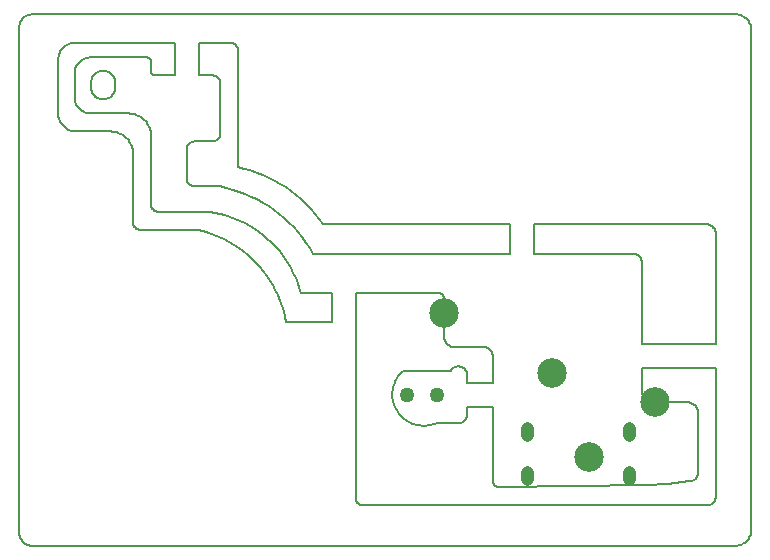
<source format=gbs>
G75*
G70*
%OFA0B0*%
%FSLAX24Y24*%
%IPPOS*%
%LPD*%
%AMOC8*
5,1,8,0,0,1.08239X$1,22.5*
%
%ADD10C,0.0050*%
%ADD11C,0.0004*%
%ADD12C,0.0433*%
%ADD13C,0.0500*%
%ADD14C,0.0984*%
D10*
X000929Y000534D02*
X024328Y000534D01*
X024327Y000533D02*
X024374Y000530D01*
X024420Y000531D01*
X024466Y000536D01*
X024512Y000544D01*
X024556Y000557D01*
X024600Y000573D01*
X024642Y000592D01*
X024682Y000615D01*
X024720Y000641D01*
X024756Y000671D01*
X024790Y000703D01*
X024821Y000737D01*
X024848Y000775D01*
X024873Y000814D01*
X024894Y000855D01*
X024912Y000898D01*
X024926Y000942D01*
X024936Y000987D01*
X024943Y001033D01*
X024943Y001034D02*
X024943Y017752D01*
X024943Y017753D02*
X024936Y017798D01*
X024926Y017844D01*
X024911Y017888D01*
X024894Y017930D01*
X024872Y017971D01*
X024848Y018011D01*
X024820Y018048D01*
X024789Y018082D01*
X024756Y018114D01*
X024720Y018143D01*
X024682Y018170D01*
X024641Y018192D01*
X024599Y018212D01*
X024556Y018228D01*
X024511Y018240D01*
X024466Y018248D01*
X024420Y018253D01*
X024374Y018254D01*
X024327Y018251D01*
X024328Y018250D02*
X000929Y018250D01*
X000930Y018250D02*
X000889Y018243D01*
X000849Y018233D01*
X000809Y018219D01*
X000772Y018201D01*
X000736Y018180D01*
X000702Y018156D01*
X000671Y018129D01*
X000642Y018099D01*
X000616Y018066D01*
X000593Y018032D01*
X000574Y017995D01*
X000558Y017956D01*
X000546Y017917D01*
X000537Y017876D01*
X000532Y017835D01*
X000531Y017793D01*
X000534Y017752D01*
X000534Y001034D01*
X000531Y000993D01*
X000532Y000951D01*
X000537Y000910D01*
X000545Y000869D01*
X000558Y000829D01*
X000574Y000791D01*
X000593Y000754D01*
X000616Y000719D01*
X000642Y000686D01*
X000670Y000656D01*
X000702Y000629D01*
X000736Y000604D01*
X000772Y000583D01*
X000809Y000565D01*
X000848Y000551D01*
X000889Y000541D01*
X000930Y000534D01*
X009437Y007981D02*
X009399Y008165D01*
X009352Y008348D01*
X009296Y008528D01*
X009232Y008705D01*
X009159Y008878D01*
X009077Y009048D01*
X008988Y009214D01*
X008890Y009375D01*
X008785Y009532D01*
X008672Y009683D01*
X008552Y009828D01*
X008425Y009967D01*
X008291Y010100D01*
X008151Y010226D01*
X008005Y010345D01*
X007854Y010457D01*
X007697Y010562D01*
X007535Y010659D01*
X007369Y010747D01*
X007199Y010828D01*
X007025Y010900D01*
X006847Y010964D01*
X006667Y011019D01*
X006484Y011065D01*
X004578Y011065D01*
X004548Y011067D01*
X004518Y011072D01*
X004489Y011081D01*
X004462Y011094D01*
X004436Y011109D01*
X004412Y011128D01*
X004391Y011149D01*
X004372Y011173D01*
X004357Y011199D01*
X004344Y011226D01*
X004335Y011255D01*
X004330Y011285D01*
X004328Y011315D01*
X004328Y013595D01*
X004326Y013649D01*
X004320Y013702D01*
X004311Y013754D01*
X004298Y013806D01*
X004281Y013857D01*
X004260Y013907D01*
X004236Y013954D01*
X004209Y014000D01*
X004178Y014044D01*
X004145Y014086D01*
X004108Y014125D01*
X004069Y014162D01*
X004027Y014195D01*
X003983Y014226D01*
X003937Y014253D01*
X003890Y014277D01*
X003840Y014298D01*
X003789Y014315D01*
X003737Y014328D01*
X003685Y014337D01*
X003632Y014343D01*
X003578Y014345D01*
X002387Y014345D01*
X002341Y014350D01*
X002296Y014359D01*
X002251Y014371D01*
X002207Y014386D01*
X002165Y014405D01*
X002124Y014428D01*
X002085Y014453D01*
X002048Y014481D01*
X002014Y014512D01*
X001982Y014546D01*
X001953Y014582D01*
X001927Y014621D01*
X001903Y014661D01*
X001884Y014703D01*
X001867Y014746D01*
X001854Y014791D01*
X001844Y014836D01*
X001838Y014882D01*
X001836Y014928D01*
X001837Y014975D01*
X001837Y016756D01*
X001839Y016801D01*
X001845Y016847D01*
X001854Y016891D01*
X001867Y016935D01*
X001883Y016977D01*
X001903Y017018D01*
X001927Y017057D01*
X001953Y017094D01*
X001982Y017129D01*
X002014Y017161D01*
X002049Y017190D01*
X002086Y017216D01*
X002125Y017240D01*
X002166Y017260D01*
X002208Y017276D01*
X002252Y017289D01*
X002296Y017298D01*
X002342Y017304D01*
X002387Y017306D01*
X005733Y017306D01*
X005733Y016215D01*
X005078Y016215D01*
X005055Y016217D01*
X005032Y016222D01*
X005010Y016231D01*
X004990Y016244D01*
X004972Y016259D01*
X004957Y016277D01*
X004944Y016297D01*
X004935Y016319D01*
X004930Y016342D01*
X004928Y016365D01*
X004928Y016665D01*
X004926Y016688D01*
X004921Y016711D01*
X004912Y016733D01*
X004899Y016753D01*
X004884Y016771D01*
X004866Y016786D01*
X004846Y016799D01*
X004824Y016808D01*
X004801Y016813D01*
X004778Y016815D01*
X002928Y016815D01*
X002883Y016813D01*
X002837Y016807D01*
X002793Y016798D01*
X002749Y016785D01*
X002707Y016769D01*
X002666Y016749D01*
X002627Y016725D01*
X002590Y016699D01*
X002555Y016670D01*
X002523Y016638D01*
X002494Y016603D01*
X002468Y016566D01*
X002444Y016527D01*
X002424Y016486D01*
X002408Y016444D01*
X002395Y016400D01*
X002386Y016356D01*
X002380Y016310D01*
X002378Y016265D01*
X002378Y015495D01*
X002380Y015450D01*
X002386Y015404D01*
X002395Y015360D01*
X002408Y015316D01*
X002424Y015274D01*
X002444Y015233D01*
X002468Y015194D01*
X002494Y015157D01*
X002523Y015122D01*
X002555Y015090D01*
X002590Y015061D01*
X002627Y015035D01*
X002666Y015011D01*
X002707Y014991D01*
X002749Y014975D01*
X002793Y014962D01*
X002837Y014953D01*
X002883Y014947D01*
X002928Y014945D01*
X004178Y014945D01*
X004232Y014943D01*
X004285Y014937D01*
X004337Y014928D01*
X004389Y014915D01*
X004440Y014898D01*
X004490Y014877D01*
X004537Y014853D01*
X004583Y014826D01*
X004627Y014795D01*
X004669Y014762D01*
X004708Y014725D01*
X004745Y014686D01*
X004778Y014644D01*
X004809Y014600D01*
X004836Y014554D01*
X004860Y014507D01*
X004881Y014457D01*
X004898Y014406D01*
X004911Y014354D01*
X004920Y014302D01*
X004926Y014249D01*
X004928Y014195D01*
X004928Y011915D01*
X004930Y011885D01*
X004935Y011855D01*
X004944Y011826D01*
X004957Y011799D01*
X004972Y011773D01*
X004991Y011749D01*
X005012Y011728D01*
X005036Y011709D01*
X005062Y011694D01*
X005089Y011681D01*
X005118Y011672D01*
X005148Y011667D01*
X005178Y011665D01*
X006878Y011665D01*
X007228Y012515D02*
X006378Y012515D01*
X006348Y012517D01*
X006318Y012522D01*
X006289Y012531D01*
X006262Y012544D01*
X006236Y012559D01*
X006212Y012578D01*
X006191Y012599D01*
X006172Y012623D01*
X006157Y012649D01*
X006144Y012676D01*
X006135Y012705D01*
X006130Y012735D01*
X006128Y012765D01*
X006128Y013765D01*
X006130Y013795D01*
X006135Y013825D01*
X006144Y013854D01*
X006157Y013881D01*
X006172Y013907D01*
X006191Y013931D01*
X006212Y013952D01*
X006236Y013971D01*
X006262Y013986D01*
X006289Y013999D01*
X006318Y014008D01*
X006348Y014013D01*
X006378Y014015D01*
X006978Y014015D01*
X007008Y014017D01*
X007038Y014022D01*
X007067Y014031D01*
X007094Y014044D01*
X007120Y014059D01*
X007144Y014078D01*
X007165Y014099D01*
X007184Y014123D01*
X007199Y014149D01*
X007212Y014176D01*
X007221Y014205D01*
X007226Y014235D01*
X007228Y014265D01*
X007228Y015965D01*
X007226Y015995D01*
X007221Y016025D01*
X007212Y016054D01*
X007199Y016081D01*
X007184Y016107D01*
X007165Y016131D01*
X007144Y016152D01*
X007120Y016171D01*
X007094Y016186D01*
X007067Y016199D01*
X007038Y016208D01*
X007008Y016213D01*
X006978Y016215D01*
X006521Y016215D01*
X006521Y017306D01*
X007568Y017306D01*
X007569Y017306D02*
X007599Y017304D01*
X007628Y017299D01*
X007657Y017291D01*
X007684Y017279D01*
X007710Y017263D01*
X007734Y017245D01*
X007755Y017224D01*
X007774Y017201D01*
X007790Y017175D01*
X007802Y017148D01*
X007811Y017119D01*
X007817Y017090D01*
X007819Y017060D01*
X007818Y017060D02*
X007818Y013156D01*
X010657Y011256D02*
X016908Y011256D01*
X016908Y010259D01*
X010328Y010259D01*
X009928Y008965D02*
X010960Y008965D01*
X010960Y007981D01*
X009437Y007981D01*
X011747Y008965D02*
X011747Y002142D01*
X011747Y002141D02*
X011748Y002112D01*
X011752Y002083D01*
X011760Y002054D01*
X011771Y002027D01*
X011786Y002001D01*
X011803Y001977D01*
X011823Y001955D01*
X011846Y001936D01*
X011871Y001920D01*
X011897Y001907D01*
X011925Y001897D01*
X011954Y001891D01*
X011984Y001888D01*
X011983Y001888D02*
X023464Y001888D01*
X023497Y001890D01*
X023530Y001896D01*
X023562Y001905D01*
X023592Y001918D01*
X023621Y001935D01*
X023648Y001954D01*
X023673Y001976D01*
X023695Y002001D01*
X023714Y002028D01*
X023730Y002058D01*
X023742Y002088D01*
X023751Y002120D01*
X023756Y002153D01*
X023758Y002186D01*
X023758Y006464D01*
X021278Y006464D01*
X021278Y005715D01*
X021282Y005676D01*
X021290Y005637D01*
X021301Y005600D01*
X021315Y005563D01*
X021333Y005528D01*
X021355Y005495D01*
X021379Y005464D01*
X021406Y005435D01*
X021435Y005409D01*
X021467Y005386D01*
X021500Y005365D01*
X021536Y005348D01*
X021573Y005334D01*
X021611Y005324D01*
X021649Y005317D01*
X021689Y005314D01*
X021728Y005315D01*
X022828Y005315D01*
X022827Y005316D02*
X022863Y005311D01*
X022899Y005303D01*
X022933Y005291D01*
X022967Y005276D01*
X022998Y005258D01*
X023028Y005237D01*
X023055Y005213D01*
X023080Y005186D01*
X023102Y005157D01*
X023121Y005126D01*
X023137Y005094D01*
X023150Y005059D01*
X023160Y005024D01*
X023166Y004988D01*
X023168Y004952D01*
X023167Y004916D01*
X023167Y004915D02*
X023167Y002977D01*
X023165Y002944D01*
X023160Y002912D01*
X023151Y002880D01*
X023138Y002849D01*
X023122Y002821D01*
X023103Y002794D01*
X023081Y002769D01*
X023056Y002747D01*
X023029Y002728D01*
X023001Y002712D01*
X022970Y002699D01*
X022938Y002690D01*
X022906Y002685D01*
X022873Y002683D01*
X021424Y002565D02*
X016564Y002479D01*
X016534Y002481D01*
X016504Y002486D01*
X016475Y002495D01*
X016448Y002508D01*
X016422Y002523D01*
X016398Y002542D01*
X016377Y002563D01*
X016358Y002587D01*
X016343Y002613D01*
X016330Y002640D01*
X016321Y002669D01*
X016316Y002699D01*
X016314Y002729D01*
X016314Y005167D01*
X015468Y005167D01*
X015468Y004899D01*
X015463Y004867D01*
X015455Y004835D01*
X015443Y004805D01*
X015428Y004776D01*
X015410Y004749D01*
X015389Y004724D01*
X015365Y004701D01*
X015339Y004682D01*
X015311Y004665D01*
X015281Y004652D01*
X015250Y004642D01*
X015218Y004636D01*
X015186Y004633D01*
X015153Y004634D01*
X014444Y004634D01*
X014386Y004609D01*
X014326Y004587D01*
X014265Y004570D01*
X014203Y004556D01*
X014141Y004546D01*
X014078Y004539D01*
X014014Y004537D01*
X013951Y004539D01*
X013887Y004544D01*
X013825Y004553D01*
X013763Y004566D01*
X013701Y004583D01*
X013641Y004604D01*
X013583Y004628D01*
X013526Y004656D01*
X013470Y004687D01*
X013417Y004721D01*
X013366Y004759D01*
X013317Y004800D01*
X013271Y004844D01*
X013228Y004890D01*
X013188Y004939D01*
X013150Y004990D01*
X013116Y005044D01*
X013086Y005099D01*
X013058Y005157D01*
X013035Y005216D01*
X013015Y005276D01*
X012998Y005337D01*
X012986Y005399D01*
X012977Y005462D01*
X012972Y005525D01*
X012971Y005589D01*
X012974Y005652D01*
X012981Y005715D01*
X012991Y005778D01*
X013006Y005840D01*
X013024Y005901D01*
X013046Y005960D01*
X013072Y006018D01*
X013101Y006075D01*
X013133Y006129D01*
X013169Y006182D01*
X013208Y006232D01*
X013249Y006280D01*
X013294Y006325D01*
X013341Y006367D01*
X013342Y006367D02*
X014917Y006367D01*
X014916Y006367D02*
X014935Y006395D01*
X014956Y006421D01*
X014980Y006444D01*
X015007Y006464D01*
X015036Y006481D01*
X015067Y006495D01*
X015099Y006505D01*
X015132Y006511D01*
X015165Y006514D01*
X015199Y006513D01*
X015232Y006508D01*
X015264Y006499D01*
X015296Y006487D01*
X015325Y006471D01*
X015353Y006452D01*
X015378Y006430D01*
X015401Y006406D01*
X015421Y006378D01*
X015437Y006349D01*
X015450Y006318D01*
X015460Y006286D01*
X015466Y006253D01*
X015468Y006220D01*
X015468Y005956D01*
X016314Y005956D01*
X016314Y006881D01*
X016314Y006880D02*
X016310Y006913D01*
X016303Y006944D01*
X016293Y006975D01*
X016279Y007005D01*
X016262Y007032D01*
X016242Y007058D01*
X016219Y007081D01*
X016193Y007101D01*
X016166Y007119D01*
X016137Y007133D01*
X016106Y007144D01*
X016074Y007152D01*
X016042Y007155D01*
X016010Y007156D01*
X016009Y007156D02*
X015014Y007156D01*
X014979Y007160D01*
X014944Y007169D01*
X014910Y007180D01*
X014878Y007195D01*
X014847Y007214D01*
X014819Y007236D01*
X014793Y007260D01*
X014770Y007287D01*
X014749Y007316D01*
X014732Y007348D01*
X014718Y007381D01*
X014708Y007415D01*
X014701Y007450D01*
X014698Y007485D01*
X014699Y007521D01*
X014699Y008765D01*
X014700Y008765D02*
X014697Y008792D01*
X014690Y008819D01*
X014680Y008845D01*
X014666Y008869D01*
X014650Y008891D01*
X014630Y008911D01*
X014609Y008928D01*
X014585Y008942D01*
X014560Y008953D01*
X014533Y008960D01*
X014506Y008964D01*
X014478Y008965D01*
X011747Y008965D01*
X010657Y011256D02*
X010530Y011434D01*
X010394Y011605D01*
X010250Y011770D01*
X010099Y011928D01*
X009940Y012078D01*
X009774Y012221D01*
X009601Y012356D01*
X009422Y012482D01*
X009238Y012599D01*
X009047Y012707D01*
X008852Y012806D01*
X008653Y012896D01*
X008449Y012976D01*
X008242Y013046D01*
X008031Y013106D01*
X007818Y013156D01*
X003728Y015815D02*
X003728Y015965D01*
X003726Y016004D01*
X003720Y016043D01*
X003711Y016081D01*
X003698Y016118D01*
X003681Y016154D01*
X003661Y016187D01*
X003637Y016219D01*
X003611Y016248D01*
X003582Y016274D01*
X003550Y016298D01*
X003517Y016318D01*
X003481Y016335D01*
X003444Y016348D01*
X003406Y016357D01*
X003367Y016363D01*
X003328Y016365D01*
X003289Y016363D01*
X003250Y016357D01*
X003212Y016348D01*
X003175Y016335D01*
X003139Y016318D01*
X003106Y016298D01*
X003074Y016274D01*
X003045Y016248D01*
X003019Y016219D01*
X002995Y016187D01*
X002975Y016154D01*
X002958Y016118D01*
X002945Y016081D01*
X002936Y016043D01*
X002930Y016004D01*
X002928Y015965D01*
X002928Y015815D01*
X002930Y015776D01*
X002936Y015737D01*
X002945Y015699D01*
X002958Y015662D01*
X002975Y015626D01*
X002995Y015593D01*
X003019Y015561D01*
X003045Y015532D01*
X003074Y015506D01*
X003106Y015482D01*
X003139Y015462D01*
X003175Y015445D01*
X003212Y015432D01*
X003250Y015423D01*
X003289Y015417D01*
X003328Y015415D01*
X003367Y015417D01*
X003406Y015423D01*
X003444Y015432D01*
X003481Y015445D01*
X003517Y015462D01*
X003550Y015482D01*
X003582Y015506D01*
X003611Y015532D01*
X003637Y015561D01*
X003661Y015593D01*
X003681Y015626D01*
X003698Y015662D01*
X003711Y015699D01*
X003720Y015737D01*
X003726Y015776D01*
X003728Y015815D01*
X007228Y012515D02*
X007443Y012468D01*
X007655Y012410D01*
X007864Y012342D01*
X008070Y012264D01*
X008271Y012176D01*
X008469Y012079D01*
X008661Y011972D01*
X008847Y011856D01*
X009028Y011730D01*
X009203Y011597D01*
X009371Y011455D01*
X009532Y011305D01*
X009685Y011147D01*
X009831Y010983D01*
X009968Y010811D01*
X010097Y010633D01*
X010217Y010449D01*
X010328Y010259D01*
X009928Y008965D02*
X009877Y009137D01*
X009818Y009307D01*
X009751Y009474D01*
X009675Y009637D01*
X009592Y009797D01*
X009501Y009952D01*
X009403Y010102D01*
X009298Y010248D01*
X009185Y010388D01*
X009066Y010523D01*
X008941Y010652D01*
X008809Y010774D01*
X008671Y010890D01*
X008528Y010999D01*
X008380Y011101D01*
X008227Y011195D01*
X008070Y011282D01*
X007909Y011362D01*
X007744Y011433D01*
X007576Y011496D01*
X007404Y011551D01*
X007231Y011598D01*
X007055Y011636D01*
X006878Y011665D01*
X017695Y011256D02*
X017695Y010259D01*
X021028Y010259D01*
X021058Y010258D01*
X021087Y010253D01*
X021116Y010244D01*
X021143Y010232D01*
X021169Y010217D01*
X021192Y010199D01*
X021214Y010178D01*
X021232Y010155D01*
X021248Y010130D01*
X021261Y010103D01*
X021270Y010074D01*
X021276Y010045D01*
X021278Y010015D01*
X021278Y007252D01*
X023758Y007252D01*
X023758Y010915D01*
X023757Y010916D02*
X023756Y010951D01*
X023751Y010985D01*
X023742Y011019D01*
X023730Y011052D01*
X023715Y011084D01*
X023696Y011114D01*
X023674Y011141D01*
X023650Y011166D01*
X023623Y011189D01*
X023594Y011208D01*
X023563Y011225D01*
X023531Y011238D01*
X023497Y011248D01*
X023462Y011254D01*
X023427Y011256D01*
X023428Y011256D02*
X017695Y011256D01*
X021424Y002565D02*
X022150Y002608D01*
X022873Y002683D01*
D11*
X020956Y002742D02*
X020956Y002986D01*
X020955Y002986D02*
X020953Y003006D01*
X020948Y003025D01*
X020939Y003043D01*
X020927Y003059D01*
X020912Y003072D01*
X020895Y003083D01*
X020877Y003090D01*
X020857Y003094D01*
X020837Y003094D01*
X020817Y003090D01*
X020799Y003083D01*
X020782Y003072D01*
X020767Y003059D01*
X020755Y003043D01*
X020746Y003025D01*
X020741Y003006D01*
X020739Y002986D01*
X020739Y002742D01*
X020741Y002722D01*
X020746Y002703D01*
X020755Y002685D01*
X020767Y002669D01*
X020782Y002656D01*
X020799Y002645D01*
X020817Y002638D01*
X020837Y002634D01*
X020857Y002634D01*
X020877Y002638D01*
X020895Y002645D01*
X020912Y002656D01*
X020927Y002669D01*
X020939Y002685D01*
X020948Y002703D01*
X020953Y002722D01*
X020955Y002742D01*
X020956Y004238D02*
X020956Y004483D01*
X020955Y004483D02*
X020953Y004503D01*
X020948Y004522D01*
X020939Y004540D01*
X020927Y004556D01*
X020912Y004569D01*
X020895Y004580D01*
X020877Y004587D01*
X020857Y004591D01*
X020837Y004591D01*
X020817Y004587D01*
X020799Y004580D01*
X020782Y004569D01*
X020767Y004556D01*
X020755Y004540D01*
X020746Y004522D01*
X020741Y004503D01*
X020739Y004483D01*
X020739Y004238D01*
X020741Y004218D01*
X020746Y004199D01*
X020755Y004181D01*
X020767Y004165D01*
X020782Y004152D01*
X020799Y004141D01*
X020817Y004134D01*
X020837Y004130D01*
X020857Y004130D01*
X020877Y004134D01*
X020895Y004141D01*
X020912Y004152D01*
X020927Y004165D01*
X020939Y004181D01*
X020948Y004199D01*
X020953Y004218D01*
X020955Y004238D01*
X017554Y004238D02*
X017554Y004483D01*
X017552Y004503D01*
X017547Y004522D01*
X017538Y004540D01*
X017526Y004556D01*
X017511Y004569D01*
X017494Y004580D01*
X017476Y004587D01*
X017456Y004591D01*
X017436Y004591D01*
X017416Y004587D01*
X017398Y004580D01*
X017381Y004569D01*
X017366Y004556D01*
X017354Y004540D01*
X017345Y004522D01*
X017340Y004503D01*
X017338Y004483D01*
X017338Y004238D01*
X017340Y004218D01*
X017345Y004199D01*
X017354Y004181D01*
X017366Y004165D01*
X017381Y004152D01*
X017398Y004141D01*
X017416Y004134D01*
X017436Y004130D01*
X017456Y004130D01*
X017476Y004134D01*
X017494Y004141D01*
X017511Y004152D01*
X017526Y004165D01*
X017538Y004181D01*
X017547Y004199D01*
X017552Y004218D01*
X017554Y004238D01*
X017554Y002986D02*
X017554Y002742D01*
X017552Y002722D01*
X017547Y002703D01*
X017538Y002685D01*
X017526Y002669D01*
X017511Y002656D01*
X017494Y002645D01*
X017476Y002638D01*
X017456Y002634D01*
X017436Y002634D01*
X017416Y002638D01*
X017398Y002645D01*
X017381Y002656D01*
X017366Y002669D01*
X017354Y002685D01*
X017345Y002703D01*
X017340Y002722D01*
X017338Y002742D01*
X017338Y002986D01*
X017340Y003006D01*
X017345Y003025D01*
X017354Y003043D01*
X017366Y003059D01*
X017381Y003072D01*
X017398Y003083D01*
X017416Y003090D01*
X017436Y003094D01*
X017456Y003094D01*
X017476Y003090D01*
X017494Y003083D01*
X017511Y003072D01*
X017526Y003059D01*
X017538Y003043D01*
X017547Y003025D01*
X017552Y003006D01*
X017554Y002986D01*
D12*
X017446Y002744D02*
X017446Y002744D01*
X017446Y002980D01*
X017446Y002980D01*
X017446Y002744D01*
X017446Y004241D02*
X017446Y004241D01*
X017446Y004477D01*
X017446Y004477D01*
X017446Y004241D01*
X020847Y004241D02*
X020847Y004241D01*
X020847Y004477D01*
X020847Y004477D01*
X020847Y004241D01*
X020847Y002744D02*
X020847Y002744D01*
X020847Y002980D01*
X020847Y002980D01*
X020847Y002744D01*
D13*
X014468Y005547D03*
X013468Y005547D03*
D14*
X014710Y008279D03*
X018308Y006278D03*
X021725Y005319D03*
X019538Y003495D03*
M02*

</source>
